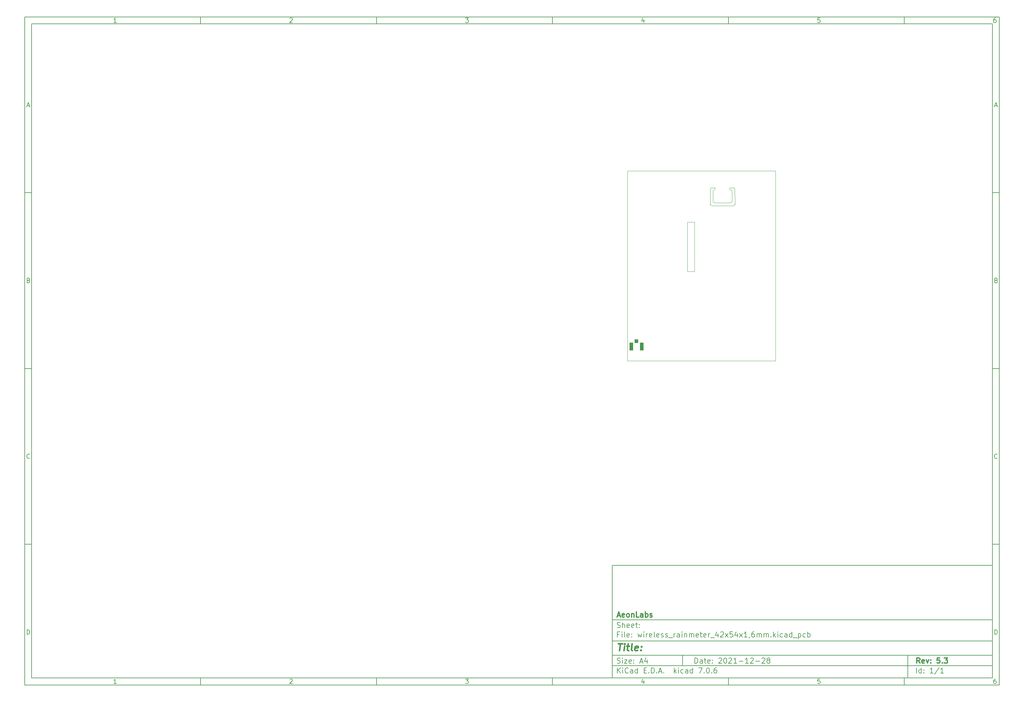
<source format=gbr>
G04 #@! TF.GenerationSoftware,KiCad,Pcbnew,7.0.6*
G04 #@! TF.CreationDate,2023-07-10T12:59:01+01:00*
G04 #@! TF.ProjectId,wireless_rainmeter_42x54x1_6mm,77697265-6c65-4737-935f-7261696e6d65,5.3*
G04 #@! TF.SameCoordinates,Original*
G04 #@! TF.FileFunction,Paste,Bot*
G04 #@! TF.FilePolarity,Positive*
%FSLAX46Y46*%
G04 Gerber Fmt 4.6, Leading zero omitted, Abs format (unit mm)*
G04 Created by KiCad (PCBNEW 7.0.6) date 2023-07-10 12:59:01*
%MOMM*%
%LPD*%
G01*
G04 APERTURE LIST*
%ADD10C,0.100000*%
%ADD11C,0.150000*%
%ADD12C,0.300000*%
%ADD13C,0.400000*%
%ADD14R,1.050000X1.100000*%
%ADD15R,1.100000X2.250000*%
G04 #@! TA.AperFunction,Profile*
%ADD16C,0.100000*%
G04 #@! TD*
G04 APERTURE END LIST*
D10*
D11*
X177002200Y-166007200D02*
X285002200Y-166007200D01*
X285002200Y-198007200D01*
X177002200Y-198007200D01*
X177002200Y-166007200D01*
D10*
D11*
X10000000Y-10000000D02*
X287002200Y-10000000D01*
X287002200Y-200007200D01*
X10000000Y-200007200D01*
X10000000Y-10000000D01*
D10*
D11*
X12000000Y-12000000D02*
X285002200Y-12000000D01*
X285002200Y-198007200D01*
X12000000Y-198007200D01*
X12000000Y-12000000D01*
D10*
D11*
X60000000Y-12000000D02*
X60000000Y-10000000D01*
D10*
D11*
X110000000Y-12000000D02*
X110000000Y-10000000D01*
D10*
D11*
X160000000Y-12000000D02*
X160000000Y-10000000D01*
D10*
D11*
X210000000Y-12000000D02*
X210000000Y-10000000D01*
D10*
D11*
X260000000Y-12000000D02*
X260000000Y-10000000D01*
D10*
D11*
X36089160Y-11593604D02*
X35346303Y-11593604D01*
X35717731Y-11593604D02*
X35717731Y-10293604D01*
X35717731Y-10293604D02*
X35593922Y-10479319D01*
X35593922Y-10479319D02*
X35470112Y-10603128D01*
X35470112Y-10603128D02*
X35346303Y-10665033D01*
D10*
D11*
X85346303Y-10417414D02*
X85408207Y-10355509D01*
X85408207Y-10355509D02*
X85532017Y-10293604D01*
X85532017Y-10293604D02*
X85841541Y-10293604D01*
X85841541Y-10293604D02*
X85965350Y-10355509D01*
X85965350Y-10355509D02*
X86027255Y-10417414D01*
X86027255Y-10417414D02*
X86089160Y-10541223D01*
X86089160Y-10541223D02*
X86089160Y-10665033D01*
X86089160Y-10665033D02*
X86027255Y-10850747D01*
X86027255Y-10850747D02*
X85284398Y-11593604D01*
X85284398Y-11593604D02*
X86089160Y-11593604D01*
D10*
D11*
X135284398Y-10293604D02*
X136089160Y-10293604D01*
X136089160Y-10293604D02*
X135655826Y-10788842D01*
X135655826Y-10788842D02*
X135841541Y-10788842D01*
X135841541Y-10788842D02*
X135965350Y-10850747D01*
X135965350Y-10850747D02*
X136027255Y-10912652D01*
X136027255Y-10912652D02*
X136089160Y-11036461D01*
X136089160Y-11036461D02*
X136089160Y-11345985D01*
X136089160Y-11345985D02*
X136027255Y-11469795D01*
X136027255Y-11469795D02*
X135965350Y-11531700D01*
X135965350Y-11531700D02*
X135841541Y-11593604D01*
X135841541Y-11593604D02*
X135470112Y-11593604D01*
X135470112Y-11593604D02*
X135346303Y-11531700D01*
X135346303Y-11531700D02*
X135284398Y-11469795D01*
D10*
D11*
X185965350Y-10726938D02*
X185965350Y-11593604D01*
X185655826Y-10231700D02*
X185346303Y-11160271D01*
X185346303Y-11160271D02*
X186151064Y-11160271D01*
D10*
D11*
X236027255Y-10293604D02*
X235408207Y-10293604D01*
X235408207Y-10293604D02*
X235346303Y-10912652D01*
X235346303Y-10912652D02*
X235408207Y-10850747D01*
X235408207Y-10850747D02*
X235532017Y-10788842D01*
X235532017Y-10788842D02*
X235841541Y-10788842D01*
X235841541Y-10788842D02*
X235965350Y-10850747D01*
X235965350Y-10850747D02*
X236027255Y-10912652D01*
X236027255Y-10912652D02*
X236089160Y-11036461D01*
X236089160Y-11036461D02*
X236089160Y-11345985D01*
X236089160Y-11345985D02*
X236027255Y-11469795D01*
X236027255Y-11469795D02*
X235965350Y-11531700D01*
X235965350Y-11531700D02*
X235841541Y-11593604D01*
X235841541Y-11593604D02*
X235532017Y-11593604D01*
X235532017Y-11593604D02*
X235408207Y-11531700D01*
X235408207Y-11531700D02*
X235346303Y-11469795D01*
D10*
D11*
X285965350Y-10293604D02*
X285717731Y-10293604D01*
X285717731Y-10293604D02*
X285593922Y-10355509D01*
X285593922Y-10355509D02*
X285532017Y-10417414D01*
X285532017Y-10417414D02*
X285408207Y-10603128D01*
X285408207Y-10603128D02*
X285346303Y-10850747D01*
X285346303Y-10850747D02*
X285346303Y-11345985D01*
X285346303Y-11345985D02*
X285408207Y-11469795D01*
X285408207Y-11469795D02*
X285470112Y-11531700D01*
X285470112Y-11531700D02*
X285593922Y-11593604D01*
X285593922Y-11593604D02*
X285841541Y-11593604D01*
X285841541Y-11593604D02*
X285965350Y-11531700D01*
X285965350Y-11531700D02*
X286027255Y-11469795D01*
X286027255Y-11469795D02*
X286089160Y-11345985D01*
X286089160Y-11345985D02*
X286089160Y-11036461D01*
X286089160Y-11036461D02*
X286027255Y-10912652D01*
X286027255Y-10912652D02*
X285965350Y-10850747D01*
X285965350Y-10850747D02*
X285841541Y-10788842D01*
X285841541Y-10788842D02*
X285593922Y-10788842D01*
X285593922Y-10788842D02*
X285470112Y-10850747D01*
X285470112Y-10850747D02*
X285408207Y-10912652D01*
X285408207Y-10912652D02*
X285346303Y-11036461D01*
D10*
D11*
X60000000Y-198007200D02*
X60000000Y-200007200D01*
D10*
D11*
X110000000Y-198007200D02*
X110000000Y-200007200D01*
D10*
D11*
X160000000Y-198007200D02*
X160000000Y-200007200D01*
D10*
D11*
X210000000Y-198007200D02*
X210000000Y-200007200D01*
D10*
D11*
X260000000Y-198007200D02*
X260000000Y-200007200D01*
D10*
D11*
X36089160Y-199600804D02*
X35346303Y-199600804D01*
X35717731Y-199600804D02*
X35717731Y-198300804D01*
X35717731Y-198300804D02*
X35593922Y-198486519D01*
X35593922Y-198486519D02*
X35470112Y-198610328D01*
X35470112Y-198610328D02*
X35346303Y-198672233D01*
D10*
D11*
X85346303Y-198424614D02*
X85408207Y-198362709D01*
X85408207Y-198362709D02*
X85532017Y-198300804D01*
X85532017Y-198300804D02*
X85841541Y-198300804D01*
X85841541Y-198300804D02*
X85965350Y-198362709D01*
X85965350Y-198362709D02*
X86027255Y-198424614D01*
X86027255Y-198424614D02*
X86089160Y-198548423D01*
X86089160Y-198548423D02*
X86089160Y-198672233D01*
X86089160Y-198672233D02*
X86027255Y-198857947D01*
X86027255Y-198857947D02*
X85284398Y-199600804D01*
X85284398Y-199600804D02*
X86089160Y-199600804D01*
D10*
D11*
X135284398Y-198300804D02*
X136089160Y-198300804D01*
X136089160Y-198300804D02*
X135655826Y-198796042D01*
X135655826Y-198796042D02*
X135841541Y-198796042D01*
X135841541Y-198796042D02*
X135965350Y-198857947D01*
X135965350Y-198857947D02*
X136027255Y-198919852D01*
X136027255Y-198919852D02*
X136089160Y-199043661D01*
X136089160Y-199043661D02*
X136089160Y-199353185D01*
X136089160Y-199353185D02*
X136027255Y-199476995D01*
X136027255Y-199476995D02*
X135965350Y-199538900D01*
X135965350Y-199538900D02*
X135841541Y-199600804D01*
X135841541Y-199600804D02*
X135470112Y-199600804D01*
X135470112Y-199600804D02*
X135346303Y-199538900D01*
X135346303Y-199538900D02*
X135284398Y-199476995D01*
D10*
D11*
X185965350Y-198734138D02*
X185965350Y-199600804D01*
X185655826Y-198238900D02*
X185346303Y-199167471D01*
X185346303Y-199167471D02*
X186151064Y-199167471D01*
D10*
D11*
X236027255Y-198300804D02*
X235408207Y-198300804D01*
X235408207Y-198300804D02*
X235346303Y-198919852D01*
X235346303Y-198919852D02*
X235408207Y-198857947D01*
X235408207Y-198857947D02*
X235532017Y-198796042D01*
X235532017Y-198796042D02*
X235841541Y-198796042D01*
X235841541Y-198796042D02*
X235965350Y-198857947D01*
X235965350Y-198857947D02*
X236027255Y-198919852D01*
X236027255Y-198919852D02*
X236089160Y-199043661D01*
X236089160Y-199043661D02*
X236089160Y-199353185D01*
X236089160Y-199353185D02*
X236027255Y-199476995D01*
X236027255Y-199476995D02*
X235965350Y-199538900D01*
X235965350Y-199538900D02*
X235841541Y-199600804D01*
X235841541Y-199600804D02*
X235532017Y-199600804D01*
X235532017Y-199600804D02*
X235408207Y-199538900D01*
X235408207Y-199538900D02*
X235346303Y-199476995D01*
D10*
D11*
X285965350Y-198300804D02*
X285717731Y-198300804D01*
X285717731Y-198300804D02*
X285593922Y-198362709D01*
X285593922Y-198362709D02*
X285532017Y-198424614D01*
X285532017Y-198424614D02*
X285408207Y-198610328D01*
X285408207Y-198610328D02*
X285346303Y-198857947D01*
X285346303Y-198857947D02*
X285346303Y-199353185D01*
X285346303Y-199353185D02*
X285408207Y-199476995D01*
X285408207Y-199476995D02*
X285470112Y-199538900D01*
X285470112Y-199538900D02*
X285593922Y-199600804D01*
X285593922Y-199600804D02*
X285841541Y-199600804D01*
X285841541Y-199600804D02*
X285965350Y-199538900D01*
X285965350Y-199538900D02*
X286027255Y-199476995D01*
X286027255Y-199476995D02*
X286089160Y-199353185D01*
X286089160Y-199353185D02*
X286089160Y-199043661D01*
X286089160Y-199043661D02*
X286027255Y-198919852D01*
X286027255Y-198919852D02*
X285965350Y-198857947D01*
X285965350Y-198857947D02*
X285841541Y-198796042D01*
X285841541Y-198796042D02*
X285593922Y-198796042D01*
X285593922Y-198796042D02*
X285470112Y-198857947D01*
X285470112Y-198857947D02*
X285408207Y-198919852D01*
X285408207Y-198919852D02*
X285346303Y-199043661D01*
D10*
D11*
X10000000Y-60000000D02*
X12000000Y-60000000D01*
D10*
D11*
X10000000Y-110000000D02*
X12000000Y-110000000D01*
D10*
D11*
X10000000Y-160000000D02*
X12000000Y-160000000D01*
D10*
D11*
X10690476Y-35222176D02*
X11309523Y-35222176D01*
X10566666Y-35593604D02*
X10999999Y-34293604D01*
X10999999Y-34293604D02*
X11433333Y-35593604D01*
D10*
D11*
X11092857Y-84912652D02*
X11278571Y-84974557D01*
X11278571Y-84974557D02*
X11340476Y-85036461D01*
X11340476Y-85036461D02*
X11402380Y-85160271D01*
X11402380Y-85160271D02*
X11402380Y-85345985D01*
X11402380Y-85345985D02*
X11340476Y-85469795D01*
X11340476Y-85469795D02*
X11278571Y-85531700D01*
X11278571Y-85531700D02*
X11154761Y-85593604D01*
X11154761Y-85593604D02*
X10659523Y-85593604D01*
X10659523Y-85593604D02*
X10659523Y-84293604D01*
X10659523Y-84293604D02*
X11092857Y-84293604D01*
X11092857Y-84293604D02*
X11216666Y-84355509D01*
X11216666Y-84355509D02*
X11278571Y-84417414D01*
X11278571Y-84417414D02*
X11340476Y-84541223D01*
X11340476Y-84541223D02*
X11340476Y-84665033D01*
X11340476Y-84665033D02*
X11278571Y-84788842D01*
X11278571Y-84788842D02*
X11216666Y-84850747D01*
X11216666Y-84850747D02*
X11092857Y-84912652D01*
X11092857Y-84912652D02*
X10659523Y-84912652D01*
D10*
D11*
X11402380Y-135469795D02*
X11340476Y-135531700D01*
X11340476Y-135531700D02*
X11154761Y-135593604D01*
X11154761Y-135593604D02*
X11030952Y-135593604D01*
X11030952Y-135593604D02*
X10845238Y-135531700D01*
X10845238Y-135531700D02*
X10721428Y-135407890D01*
X10721428Y-135407890D02*
X10659523Y-135284080D01*
X10659523Y-135284080D02*
X10597619Y-135036461D01*
X10597619Y-135036461D02*
X10597619Y-134850747D01*
X10597619Y-134850747D02*
X10659523Y-134603128D01*
X10659523Y-134603128D02*
X10721428Y-134479319D01*
X10721428Y-134479319D02*
X10845238Y-134355509D01*
X10845238Y-134355509D02*
X11030952Y-134293604D01*
X11030952Y-134293604D02*
X11154761Y-134293604D01*
X11154761Y-134293604D02*
X11340476Y-134355509D01*
X11340476Y-134355509D02*
X11402380Y-134417414D01*
D10*
D11*
X10659523Y-185593604D02*
X10659523Y-184293604D01*
X10659523Y-184293604D02*
X10969047Y-184293604D01*
X10969047Y-184293604D02*
X11154761Y-184355509D01*
X11154761Y-184355509D02*
X11278571Y-184479319D01*
X11278571Y-184479319D02*
X11340476Y-184603128D01*
X11340476Y-184603128D02*
X11402380Y-184850747D01*
X11402380Y-184850747D02*
X11402380Y-185036461D01*
X11402380Y-185036461D02*
X11340476Y-185284080D01*
X11340476Y-185284080D02*
X11278571Y-185407890D01*
X11278571Y-185407890D02*
X11154761Y-185531700D01*
X11154761Y-185531700D02*
X10969047Y-185593604D01*
X10969047Y-185593604D02*
X10659523Y-185593604D01*
D10*
D11*
X287002200Y-60000000D02*
X285002200Y-60000000D01*
D10*
D11*
X287002200Y-110000000D02*
X285002200Y-110000000D01*
D10*
D11*
X287002200Y-160000000D02*
X285002200Y-160000000D01*
D10*
D11*
X285692676Y-35222176D02*
X286311723Y-35222176D01*
X285568866Y-35593604D02*
X286002199Y-34293604D01*
X286002199Y-34293604D02*
X286435533Y-35593604D01*
D10*
D11*
X286095057Y-84912652D02*
X286280771Y-84974557D01*
X286280771Y-84974557D02*
X286342676Y-85036461D01*
X286342676Y-85036461D02*
X286404580Y-85160271D01*
X286404580Y-85160271D02*
X286404580Y-85345985D01*
X286404580Y-85345985D02*
X286342676Y-85469795D01*
X286342676Y-85469795D02*
X286280771Y-85531700D01*
X286280771Y-85531700D02*
X286156961Y-85593604D01*
X286156961Y-85593604D02*
X285661723Y-85593604D01*
X285661723Y-85593604D02*
X285661723Y-84293604D01*
X285661723Y-84293604D02*
X286095057Y-84293604D01*
X286095057Y-84293604D02*
X286218866Y-84355509D01*
X286218866Y-84355509D02*
X286280771Y-84417414D01*
X286280771Y-84417414D02*
X286342676Y-84541223D01*
X286342676Y-84541223D02*
X286342676Y-84665033D01*
X286342676Y-84665033D02*
X286280771Y-84788842D01*
X286280771Y-84788842D02*
X286218866Y-84850747D01*
X286218866Y-84850747D02*
X286095057Y-84912652D01*
X286095057Y-84912652D02*
X285661723Y-84912652D01*
D10*
D11*
X286404580Y-135469795D02*
X286342676Y-135531700D01*
X286342676Y-135531700D02*
X286156961Y-135593604D01*
X286156961Y-135593604D02*
X286033152Y-135593604D01*
X286033152Y-135593604D02*
X285847438Y-135531700D01*
X285847438Y-135531700D02*
X285723628Y-135407890D01*
X285723628Y-135407890D02*
X285661723Y-135284080D01*
X285661723Y-135284080D02*
X285599819Y-135036461D01*
X285599819Y-135036461D02*
X285599819Y-134850747D01*
X285599819Y-134850747D02*
X285661723Y-134603128D01*
X285661723Y-134603128D02*
X285723628Y-134479319D01*
X285723628Y-134479319D02*
X285847438Y-134355509D01*
X285847438Y-134355509D02*
X286033152Y-134293604D01*
X286033152Y-134293604D02*
X286156961Y-134293604D01*
X286156961Y-134293604D02*
X286342676Y-134355509D01*
X286342676Y-134355509D02*
X286404580Y-134417414D01*
D10*
D11*
X285661723Y-185593604D02*
X285661723Y-184293604D01*
X285661723Y-184293604D02*
X285971247Y-184293604D01*
X285971247Y-184293604D02*
X286156961Y-184355509D01*
X286156961Y-184355509D02*
X286280771Y-184479319D01*
X286280771Y-184479319D02*
X286342676Y-184603128D01*
X286342676Y-184603128D02*
X286404580Y-184850747D01*
X286404580Y-184850747D02*
X286404580Y-185036461D01*
X286404580Y-185036461D02*
X286342676Y-185284080D01*
X286342676Y-185284080D02*
X286280771Y-185407890D01*
X286280771Y-185407890D02*
X286156961Y-185531700D01*
X286156961Y-185531700D02*
X285971247Y-185593604D01*
X285971247Y-185593604D02*
X285661723Y-185593604D01*
D10*
D11*
X200458026Y-193793328D02*
X200458026Y-192293328D01*
X200458026Y-192293328D02*
X200815169Y-192293328D01*
X200815169Y-192293328D02*
X201029455Y-192364757D01*
X201029455Y-192364757D02*
X201172312Y-192507614D01*
X201172312Y-192507614D02*
X201243741Y-192650471D01*
X201243741Y-192650471D02*
X201315169Y-192936185D01*
X201315169Y-192936185D02*
X201315169Y-193150471D01*
X201315169Y-193150471D02*
X201243741Y-193436185D01*
X201243741Y-193436185D02*
X201172312Y-193579042D01*
X201172312Y-193579042D02*
X201029455Y-193721900D01*
X201029455Y-193721900D02*
X200815169Y-193793328D01*
X200815169Y-193793328D02*
X200458026Y-193793328D01*
X202600884Y-193793328D02*
X202600884Y-193007614D01*
X202600884Y-193007614D02*
X202529455Y-192864757D01*
X202529455Y-192864757D02*
X202386598Y-192793328D01*
X202386598Y-192793328D02*
X202100884Y-192793328D01*
X202100884Y-192793328D02*
X201958026Y-192864757D01*
X202600884Y-193721900D02*
X202458026Y-193793328D01*
X202458026Y-193793328D02*
X202100884Y-193793328D01*
X202100884Y-193793328D02*
X201958026Y-193721900D01*
X201958026Y-193721900D02*
X201886598Y-193579042D01*
X201886598Y-193579042D02*
X201886598Y-193436185D01*
X201886598Y-193436185D02*
X201958026Y-193293328D01*
X201958026Y-193293328D02*
X202100884Y-193221900D01*
X202100884Y-193221900D02*
X202458026Y-193221900D01*
X202458026Y-193221900D02*
X202600884Y-193150471D01*
X203100884Y-192793328D02*
X203672312Y-192793328D01*
X203315169Y-192293328D02*
X203315169Y-193579042D01*
X203315169Y-193579042D02*
X203386598Y-193721900D01*
X203386598Y-193721900D02*
X203529455Y-193793328D01*
X203529455Y-193793328D02*
X203672312Y-193793328D01*
X204743741Y-193721900D02*
X204600884Y-193793328D01*
X204600884Y-193793328D02*
X204315170Y-193793328D01*
X204315170Y-193793328D02*
X204172312Y-193721900D01*
X204172312Y-193721900D02*
X204100884Y-193579042D01*
X204100884Y-193579042D02*
X204100884Y-193007614D01*
X204100884Y-193007614D02*
X204172312Y-192864757D01*
X204172312Y-192864757D02*
X204315170Y-192793328D01*
X204315170Y-192793328D02*
X204600884Y-192793328D01*
X204600884Y-192793328D02*
X204743741Y-192864757D01*
X204743741Y-192864757D02*
X204815170Y-193007614D01*
X204815170Y-193007614D02*
X204815170Y-193150471D01*
X204815170Y-193150471D02*
X204100884Y-193293328D01*
X205458026Y-193650471D02*
X205529455Y-193721900D01*
X205529455Y-193721900D02*
X205458026Y-193793328D01*
X205458026Y-193793328D02*
X205386598Y-193721900D01*
X205386598Y-193721900D02*
X205458026Y-193650471D01*
X205458026Y-193650471D02*
X205458026Y-193793328D01*
X205458026Y-192864757D02*
X205529455Y-192936185D01*
X205529455Y-192936185D02*
X205458026Y-193007614D01*
X205458026Y-193007614D02*
X205386598Y-192936185D01*
X205386598Y-192936185D02*
X205458026Y-192864757D01*
X205458026Y-192864757D02*
X205458026Y-193007614D01*
X207243741Y-192436185D02*
X207315169Y-192364757D01*
X207315169Y-192364757D02*
X207458027Y-192293328D01*
X207458027Y-192293328D02*
X207815169Y-192293328D01*
X207815169Y-192293328D02*
X207958027Y-192364757D01*
X207958027Y-192364757D02*
X208029455Y-192436185D01*
X208029455Y-192436185D02*
X208100884Y-192579042D01*
X208100884Y-192579042D02*
X208100884Y-192721900D01*
X208100884Y-192721900D02*
X208029455Y-192936185D01*
X208029455Y-192936185D02*
X207172312Y-193793328D01*
X207172312Y-193793328D02*
X208100884Y-193793328D01*
X209029455Y-192293328D02*
X209172312Y-192293328D01*
X209172312Y-192293328D02*
X209315169Y-192364757D01*
X209315169Y-192364757D02*
X209386598Y-192436185D01*
X209386598Y-192436185D02*
X209458026Y-192579042D01*
X209458026Y-192579042D02*
X209529455Y-192864757D01*
X209529455Y-192864757D02*
X209529455Y-193221900D01*
X209529455Y-193221900D02*
X209458026Y-193507614D01*
X209458026Y-193507614D02*
X209386598Y-193650471D01*
X209386598Y-193650471D02*
X209315169Y-193721900D01*
X209315169Y-193721900D02*
X209172312Y-193793328D01*
X209172312Y-193793328D02*
X209029455Y-193793328D01*
X209029455Y-193793328D02*
X208886598Y-193721900D01*
X208886598Y-193721900D02*
X208815169Y-193650471D01*
X208815169Y-193650471D02*
X208743740Y-193507614D01*
X208743740Y-193507614D02*
X208672312Y-193221900D01*
X208672312Y-193221900D02*
X208672312Y-192864757D01*
X208672312Y-192864757D02*
X208743740Y-192579042D01*
X208743740Y-192579042D02*
X208815169Y-192436185D01*
X208815169Y-192436185D02*
X208886598Y-192364757D01*
X208886598Y-192364757D02*
X209029455Y-192293328D01*
X210100883Y-192436185D02*
X210172311Y-192364757D01*
X210172311Y-192364757D02*
X210315169Y-192293328D01*
X210315169Y-192293328D02*
X210672311Y-192293328D01*
X210672311Y-192293328D02*
X210815169Y-192364757D01*
X210815169Y-192364757D02*
X210886597Y-192436185D01*
X210886597Y-192436185D02*
X210958026Y-192579042D01*
X210958026Y-192579042D02*
X210958026Y-192721900D01*
X210958026Y-192721900D02*
X210886597Y-192936185D01*
X210886597Y-192936185D02*
X210029454Y-193793328D01*
X210029454Y-193793328D02*
X210958026Y-193793328D01*
X212386597Y-193793328D02*
X211529454Y-193793328D01*
X211958025Y-193793328D02*
X211958025Y-192293328D01*
X211958025Y-192293328D02*
X211815168Y-192507614D01*
X211815168Y-192507614D02*
X211672311Y-192650471D01*
X211672311Y-192650471D02*
X211529454Y-192721900D01*
X213029453Y-193221900D02*
X214172311Y-193221900D01*
X215672311Y-193793328D02*
X214815168Y-193793328D01*
X215243739Y-193793328D02*
X215243739Y-192293328D01*
X215243739Y-192293328D02*
X215100882Y-192507614D01*
X215100882Y-192507614D02*
X214958025Y-192650471D01*
X214958025Y-192650471D02*
X214815168Y-192721900D01*
X216243739Y-192436185D02*
X216315167Y-192364757D01*
X216315167Y-192364757D02*
X216458025Y-192293328D01*
X216458025Y-192293328D02*
X216815167Y-192293328D01*
X216815167Y-192293328D02*
X216958025Y-192364757D01*
X216958025Y-192364757D02*
X217029453Y-192436185D01*
X217029453Y-192436185D02*
X217100882Y-192579042D01*
X217100882Y-192579042D02*
X217100882Y-192721900D01*
X217100882Y-192721900D02*
X217029453Y-192936185D01*
X217029453Y-192936185D02*
X216172310Y-193793328D01*
X216172310Y-193793328D02*
X217100882Y-193793328D01*
X217743738Y-193221900D02*
X218886596Y-193221900D01*
X219529453Y-192436185D02*
X219600881Y-192364757D01*
X219600881Y-192364757D02*
X219743739Y-192293328D01*
X219743739Y-192293328D02*
X220100881Y-192293328D01*
X220100881Y-192293328D02*
X220243739Y-192364757D01*
X220243739Y-192364757D02*
X220315167Y-192436185D01*
X220315167Y-192436185D02*
X220386596Y-192579042D01*
X220386596Y-192579042D02*
X220386596Y-192721900D01*
X220386596Y-192721900D02*
X220315167Y-192936185D01*
X220315167Y-192936185D02*
X219458024Y-193793328D01*
X219458024Y-193793328D02*
X220386596Y-193793328D01*
X221243738Y-192936185D02*
X221100881Y-192864757D01*
X221100881Y-192864757D02*
X221029452Y-192793328D01*
X221029452Y-192793328D02*
X220958024Y-192650471D01*
X220958024Y-192650471D02*
X220958024Y-192579042D01*
X220958024Y-192579042D02*
X221029452Y-192436185D01*
X221029452Y-192436185D02*
X221100881Y-192364757D01*
X221100881Y-192364757D02*
X221243738Y-192293328D01*
X221243738Y-192293328D02*
X221529452Y-192293328D01*
X221529452Y-192293328D02*
X221672310Y-192364757D01*
X221672310Y-192364757D02*
X221743738Y-192436185D01*
X221743738Y-192436185D02*
X221815167Y-192579042D01*
X221815167Y-192579042D02*
X221815167Y-192650471D01*
X221815167Y-192650471D02*
X221743738Y-192793328D01*
X221743738Y-192793328D02*
X221672310Y-192864757D01*
X221672310Y-192864757D02*
X221529452Y-192936185D01*
X221529452Y-192936185D02*
X221243738Y-192936185D01*
X221243738Y-192936185D02*
X221100881Y-193007614D01*
X221100881Y-193007614D02*
X221029452Y-193079042D01*
X221029452Y-193079042D02*
X220958024Y-193221900D01*
X220958024Y-193221900D02*
X220958024Y-193507614D01*
X220958024Y-193507614D02*
X221029452Y-193650471D01*
X221029452Y-193650471D02*
X221100881Y-193721900D01*
X221100881Y-193721900D02*
X221243738Y-193793328D01*
X221243738Y-193793328D02*
X221529452Y-193793328D01*
X221529452Y-193793328D02*
X221672310Y-193721900D01*
X221672310Y-193721900D02*
X221743738Y-193650471D01*
X221743738Y-193650471D02*
X221815167Y-193507614D01*
X221815167Y-193507614D02*
X221815167Y-193221900D01*
X221815167Y-193221900D02*
X221743738Y-193079042D01*
X221743738Y-193079042D02*
X221672310Y-193007614D01*
X221672310Y-193007614D02*
X221529452Y-192936185D01*
D10*
D11*
X177002200Y-194507200D02*
X285002200Y-194507200D01*
D10*
D11*
X178458026Y-196593328D02*
X178458026Y-195093328D01*
X179315169Y-196593328D02*
X178672312Y-195736185D01*
X179315169Y-195093328D02*
X178458026Y-195950471D01*
X179958026Y-196593328D02*
X179958026Y-195593328D01*
X179958026Y-195093328D02*
X179886598Y-195164757D01*
X179886598Y-195164757D02*
X179958026Y-195236185D01*
X179958026Y-195236185D02*
X180029455Y-195164757D01*
X180029455Y-195164757D02*
X179958026Y-195093328D01*
X179958026Y-195093328D02*
X179958026Y-195236185D01*
X181529455Y-196450471D02*
X181458027Y-196521900D01*
X181458027Y-196521900D02*
X181243741Y-196593328D01*
X181243741Y-196593328D02*
X181100884Y-196593328D01*
X181100884Y-196593328D02*
X180886598Y-196521900D01*
X180886598Y-196521900D02*
X180743741Y-196379042D01*
X180743741Y-196379042D02*
X180672312Y-196236185D01*
X180672312Y-196236185D02*
X180600884Y-195950471D01*
X180600884Y-195950471D02*
X180600884Y-195736185D01*
X180600884Y-195736185D02*
X180672312Y-195450471D01*
X180672312Y-195450471D02*
X180743741Y-195307614D01*
X180743741Y-195307614D02*
X180886598Y-195164757D01*
X180886598Y-195164757D02*
X181100884Y-195093328D01*
X181100884Y-195093328D02*
X181243741Y-195093328D01*
X181243741Y-195093328D02*
X181458027Y-195164757D01*
X181458027Y-195164757D02*
X181529455Y-195236185D01*
X182815170Y-196593328D02*
X182815170Y-195807614D01*
X182815170Y-195807614D02*
X182743741Y-195664757D01*
X182743741Y-195664757D02*
X182600884Y-195593328D01*
X182600884Y-195593328D02*
X182315170Y-195593328D01*
X182315170Y-195593328D02*
X182172312Y-195664757D01*
X182815170Y-196521900D02*
X182672312Y-196593328D01*
X182672312Y-196593328D02*
X182315170Y-196593328D01*
X182315170Y-196593328D02*
X182172312Y-196521900D01*
X182172312Y-196521900D02*
X182100884Y-196379042D01*
X182100884Y-196379042D02*
X182100884Y-196236185D01*
X182100884Y-196236185D02*
X182172312Y-196093328D01*
X182172312Y-196093328D02*
X182315170Y-196021900D01*
X182315170Y-196021900D02*
X182672312Y-196021900D01*
X182672312Y-196021900D02*
X182815170Y-195950471D01*
X184172313Y-196593328D02*
X184172313Y-195093328D01*
X184172313Y-196521900D02*
X184029455Y-196593328D01*
X184029455Y-196593328D02*
X183743741Y-196593328D01*
X183743741Y-196593328D02*
X183600884Y-196521900D01*
X183600884Y-196521900D02*
X183529455Y-196450471D01*
X183529455Y-196450471D02*
X183458027Y-196307614D01*
X183458027Y-196307614D02*
X183458027Y-195879042D01*
X183458027Y-195879042D02*
X183529455Y-195736185D01*
X183529455Y-195736185D02*
X183600884Y-195664757D01*
X183600884Y-195664757D02*
X183743741Y-195593328D01*
X183743741Y-195593328D02*
X184029455Y-195593328D01*
X184029455Y-195593328D02*
X184172313Y-195664757D01*
X186029455Y-195807614D02*
X186529455Y-195807614D01*
X186743741Y-196593328D02*
X186029455Y-196593328D01*
X186029455Y-196593328D02*
X186029455Y-195093328D01*
X186029455Y-195093328D02*
X186743741Y-195093328D01*
X187386598Y-196450471D02*
X187458027Y-196521900D01*
X187458027Y-196521900D02*
X187386598Y-196593328D01*
X187386598Y-196593328D02*
X187315170Y-196521900D01*
X187315170Y-196521900D02*
X187386598Y-196450471D01*
X187386598Y-196450471D02*
X187386598Y-196593328D01*
X188100884Y-196593328D02*
X188100884Y-195093328D01*
X188100884Y-195093328D02*
X188458027Y-195093328D01*
X188458027Y-195093328D02*
X188672313Y-195164757D01*
X188672313Y-195164757D02*
X188815170Y-195307614D01*
X188815170Y-195307614D02*
X188886599Y-195450471D01*
X188886599Y-195450471D02*
X188958027Y-195736185D01*
X188958027Y-195736185D02*
X188958027Y-195950471D01*
X188958027Y-195950471D02*
X188886599Y-196236185D01*
X188886599Y-196236185D02*
X188815170Y-196379042D01*
X188815170Y-196379042D02*
X188672313Y-196521900D01*
X188672313Y-196521900D02*
X188458027Y-196593328D01*
X188458027Y-196593328D02*
X188100884Y-196593328D01*
X189600884Y-196450471D02*
X189672313Y-196521900D01*
X189672313Y-196521900D02*
X189600884Y-196593328D01*
X189600884Y-196593328D02*
X189529456Y-196521900D01*
X189529456Y-196521900D02*
X189600884Y-196450471D01*
X189600884Y-196450471D02*
X189600884Y-196593328D01*
X190243742Y-196164757D02*
X190958028Y-196164757D01*
X190100885Y-196593328D02*
X190600885Y-195093328D01*
X190600885Y-195093328D02*
X191100885Y-196593328D01*
X191600884Y-196450471D02*
X191672313Y-196521900D01*
X191672313Y-196521900D02*
X191600884Y-196593328D01*
X191600884Y-196593328D02*
X191529456Y-196521900D01*
X191529456Y-196521900D02*
X191600884Y-196450471D01*
X191600884Y-196450471D02*
X191600884Y-196593328D01*
X194600884Y-196593328D02*
X194600884Y-195093328D01*
X194743742Y-196021900D02*
X195172313Y-196593328D01*
X195172313Y-195593328D02*
X194600884Y-196164757D01*
X195815170Y-196593328D02*
X195815170Y-195593328D01*
X195815170Y-195093328D02*
X195743742Y-195164757D01*
X195743742Y-195164757D02*
X195815170Y-195236185D01*
X195815170Y-195236185D02*
X195886599Y-195164757D01*
X195886599Y-195164757D02*
X195815170Y-195093328D01*
X195815170Y-195093328D02*
X195815170Y-195236185D01*
X197172314Y-196521900D02*
X197029456Y-196593328D01*
X197029456Y-196593328D02*
X196743742Y-196593328D01*
X196743742Y-196593328D02*
X196600885Y-196521900D01*
X196600885Y-196521900D02*
X196529456Y-196450471D01*
X196529456Y-196450471D02*
X196458028Y-196307614D01*
X196458028Y-196307614D02*
X196458028Y-195879042D01*
X196458028Y-195879042D02*
X196529456Y-195736185D01*
X196529456Y-195736185D02*
X196600885Y-195664757D01*
X196600885Y-195664757D02*
X196743742Y-195593328D01*
X196743742Y-195593328D02*
X197029456Y-195593328D01*
X197029456Y-195593328D02*
X197172314Y-195664757D01*
X198458028Y-196593328D02*
X198458028Y-195807614D01*
X198458028Y-195807614D02*
X198386599Y-195664757D01*
X198386599Y-195664757D02*
X198243742Y-195593328D01*
X198243742Y-195593328D02*
X197958028Y-195593328D01*
X197958028Y-195593328D02*
X197815170Y-195664757D01*
X198458028Y-196521900D02*
X198315170Y-196593328D01*
X198315170Y-196593328D02*
X197958028Y-196593328D01*
X197958028Y-196593328D02*
X197815170Y-196521900D01*
X197815170Y-196521900D02*
X197743742Y-196379042D01*
X197743742Y-196379042D02*
X197743742Y-196236185D01*
X197743742Y-196236185D02*
X197815170Y-196093328D01*
X197815170Y-196093328D02*
X197958028Y-196021900D01*
X197958028Y-196021900D02*
X198315170Y-196021900D01*
X198315170Y-196021900D02*
X198458028Y-195950471D01*
X199815171Y-196593328D02*
X199815171Y-195093328D01*
X199815171Y-196521900D02*
X199672313Y-196593328D01*
X199672313Y-196593328D02*
X199386599Y-196593328D01*
X199386599Y-196593328D02*
X199243742Y-196521900D01*
X199243742Y-196521900D02*
X199172313Y-196450471D01*
X199172313Y-196450471D02*
X199100885Y-196307614D01*
X199100885Y-196307614D02*
X199100885Y-195879042D01*
X199100885Y-195879042D02*
X199172313Y-195736185D01*
X199172313Y-195736185D02*
X199243742Y-195664757D01*
X199243742Y-195664757D02*
X199386599Y-195593328D01*
X199386599Y-195593328D02*
X199672313Y-195593328D01*
X199672313Y-195593328D02*
X199815171Y-195664757D01*
X201529456Y-195093328D02*
X202529456Y-195093328D01*
X202529456Y-195093328D02*
X201886599Y-196593328D01*
X203100884Y-196450471D02*
X203172313Y-196521900D01*
X203172313Y-196521900D02*
X203100884Y-196593328D01*
X203100884Y-196593328D02*
X203029456Y-196521900D01*
X203029456Y-196521900D02*
X203100884Y-196450471D01*
X203100884Y-196450471D02*
X203100884Y-196593328D01*
X204100885Y-195093328D02*
X204243742Y-195093328D01*
X204243742Y-195093328D02*
X204386599Y-195164757D01*
X204386599Y-195164757D02*
X204458028Y-195236185D01*
X204458028Y-195236185D02*
X204529456Y-195379042D01*
X204529456Y-195379042D02*
X204600885Y-195664757D01*
X204600885Y-195664757D02*
X204600885Y-196021900D01*
X204600885Y-196021900D02*
X204529456Y-196307614D01*
X204529456Y-196307614D02*
X204458028Y-196450471D01*
X204458028Y-196450471D02*
X204386599Y-196521900D01*
X204386599Y-196521900D02*
X204243742Y-196593328D01*
X204243742Y-196593328D02*
X204100885Y-196593328D01*
X204100885Y-196593328D02*
X203958028Y-196521900D01*
X203958028Y-196521900D02*
X203886599Y-196450471D01*
X203886599Y-196450471D02*
X203815170Y-196307614D01*
X203815170Y-196307614D02*
X203743742Y-196021900D01*
X203743742Y-196021900D02*
X203743742Y-195664757D01*
X203743742Y-195664757D02*
X203815170Y-195379042D01*
X203815170Y-195379042D02*
X203886599Y-195236185D01*
X203886599Y-195236185D02*
X203958028Y-195164757D01*
X203958028Y-195164757D02*
X204100885Y-195093328D01*
X205243741Y-196450471D02*
X205315170Y-196521900D01*
X205315170Y-196521900D02*
X205243741Y-196593328D01*
X205243741Y-196593328D02*
X205172313Y-196521900D01*
X205172313Y-196521900D02*
X205243741Y-196450471D01*
X205243741Y-196450471D02*
X205243741Y-196593328D01*
X206600885Y-195093328D02*
X206315170Y-195093328D01*
X206315170Y-195093328D02*
X206172313Y-195164757D01*
X206172313Y-195164757D02*
X206100885Y-195236185D01*
X206100885Y-195236185D02*
X205958027Y-195450471D01*
X205958027Y-195450471D02*
X205886599Y-195736185D01*
X205886599Y-195736185D02*
X205886599Y-196307614D01*
X205886599Y-196307614D02*
X205958027Y-196450471D01*
X205958027Y-196450471D02*
X206029456Y-196521900D01*
X206029456Y-196521900D02*
X206172313Y-196593328D01*
X206172313Y-196593328D02*
X206458027Y-196593328D01*
X206458027Y-196593328D02*
X206600885Y-196521900D01*
X206600885Y-196521900D02*
X206672313Y-196450471D01*
X206672313Y-196450471D02*
X206743742Y-196307614D01*
X206743742Y-196307614D02*
X206743742Y-195950471D01*
X206743742Y-195950471D02*
X206672313Y-195807614D01*
X206672313Y-195807614D02*
X206600885Y-195736185D01*
X206600885Y-195736185D02*
X206458027Y-195664757D01*
X206458027Y-195664757D02*
X206172313Y-195664757D01*
X206172313Y-195664757D02*
X206029456Y-195736185D01*
X206029456Y-195736185D02*
X205958027Y-195807614D01*
X205958027Y-195807614D02*
X205886599Y-195950471D01*
D10*
D11*
X177002200Y-191507200D02*
X285002200Y-191507200D01*
D10*
D12*
X264413853Y-193785528D02*
X263913853Y-193071242D01*
X263556710Y-193785528D02*
X263556710Y-192285528D01*
X263556710Y-192285528D02*
X264128139Y-192285528D01*
X264128139Y-192285528D02*
X264270996Y-192356957D01*
X264270996Y-192356957D02*
X264342425Y-192428385D01*
X264342425Y-192428385D02*
X264413853Y-192571242D01*
X264413853Y-192571242D02*
X264413853Y-192785528D01*
X264413853Y-192785528D02*
X264342425Y-192928385D01*
X264342425Y-192928385D02*
X264270996Y-192999814D01*
X264270996Y-192999814D02*
X264128139Y-193071242D01*
X264128139Y-193071242D02*
X263556710Y-193071242D01*
X265628139Y-193714100D02*
X265485282Y-193785528D01*
X265485282Y-193785528D02*
X265199568Y-193785528D01*
X265199568Y-193785528D02*
X265056710Y-193714100D01*
X265056710Y-193714100D02*
X264985282Y-193571242D01*
X264985282Y-193571242D02*
X264985282Y-192999814D01*
X264985282Y-192999814D02*
X265056710Y-192856957D01*
X265056710Y-192856957D02*
X265199568Y-192785528D01*
X265199568Y-192785528D02*
X265485282Y-192785528D01*
X265485282Y-192785528D02*
X265628139Y-192856957D01*
X265628139Y-192856957D02*
X265699568Y-192999814D01*
X265699568Y-192999814D02*
X265699568Y-193142671D01*
X265699568Y-193142671D02*
X264985282Y-193285528D01*
X266199567Y-192785528D02*
X266556710Y-193785528D01*
X266556710Y-193785528D02*
X266913853Y-192785528D01*
X267485281Y-193642671D02*
X267556710Y-193714100D01*
X267556710Y-193714100D02*
X267485281Y-193785528D01*
X267485281Y-193785528D02*
X267413853Y-193714100D01*
X267413853Y-193714100D02*
X267485281Y-193642671D01*
X267485281Y-193642671D02*
X267485281Y-193785528D01*
X267485281Y-192856957D02*
X267556710Y-192928385D01*
X267556710Y-192928385D02*
X267485281Y-192999814D01*
X267485281Y-192999814D02*
X267413853Y-192928385D01*
X267413853Y-192928385D02*
X267485281Y-192856957D01*
X267485281Y-192856957D02*
X267485281Y-192999814D01*
X270056710Y-192285528D02*
X269342424Y-192285528D01*
X269342424Y-192285528D02*
X269270996Y-192999814D01*
X269270996Y-192999814D02*
X269342424Y-192928385D01*
X269342424Y-192928385D02*
X269485282Y-192856957D01*
X269485282Y-192856957D02*
X269842424Y-192856957D01*
X269842424Y-192856957D02*
X269985282Y-192928385D01*
X269985282Y-192928385D02*
X270056710Y-192999814D01*
X270056710Y-192999814D02*
X270128139Y-193142671D01*
X270128139Y-193142671D02*
X270128139Y-193499814D01*
X270128139Y-193499814D02*
X270056710Y-193642671D01*
X270056710Y-193642671D02*
X269985282Y-193714100D01*
X269985282Y-193714100D02*
X269842424Y-193785528D01*
X269842424Y-193785528D02*
X269485282Y-193785528D01*
X269485282Y-193785528D02*
X269342424Y-193714100D01*
X269342424Y-193714100D02*
X269270996Y-193642671D01*
X270770995Y-193642671D02*
X270842424Y-193714100D01*
X270842424Y-193714100D02*
X270770995Y-193785528D01*
X270770995Y-193785528D02*
X270699567Y-193714100D01*
X270699567Y-193714100D02*
X270770995Y-193642671D01*
X270770995Y-193642671D02*
X270770995Y-193785528D01*
X271342424Y-192285528D02*
X272270996Y-192285528D01*
X272270996Y-192285528D02*
X271770996Y-192856957D01*
X271770996Y-192856957D02*
X271985281Y-192856957D01*
X271985281Y-192856957D02*
X272128139Y-192928385D01*
X272128139Y-192928385D02*
X272199567Y-192999814D01*
X272199567Y-192999814D02*
X272270996Y-193142671D01*
X272270996Y-193142671D02*
X272270996Y-193499814D01*
X272270996Y-193499814D02*
X272199567Y-193642671D01*
X272199567Y-193642671D02*
X272128139Y-193714100D01*
X272128139Y-193714100D02*
X271985281Y-193785528D01*
X271985281Y-193785528D02*
X271556710Y-193785528D01*
X271556710Y-193785528D02*
X271413853Y-193714100D01*
X271413853Y-193714100D02*
X271342424Y-193642671D01*
D10*
D11*
X178386598Y-193721900D02*
X178600884Y-193793328D01*
X178600884Y-193793328D02*
X178958026Y-193793328D01*
X178958026Y-193793328D02*
X179100884Y-193721900D01*
X179100884Y-193721900D02*
X179172312Y-193650471D01*
X179172312Y-193650471D02*
X179243741Y-193507614D01*
X179243741Y-193507614D02*
X179243741Y-193364757D01*
X179243741Y-193364757D02*
X179172312Y-193221900D01*
X179172312Y-193221900D02*
X179100884Y-193150471D01*
X179100884Y-193150471D02*
X178958026Y-193079042D01*
X178958026Y-193079042D02*
X178672312Y-193007614D01*
X178672312Y-193007614D02*
X178529455Y-192936185D01*
X178529455Y-192936185D02*
X178458026Y-192864757D01*
X178458026Y-192864757D02*
X178386598Y-192721900D01*
X178386598Y-192721900D02*
X178386598Y-192579042D01*
X178386598Y-192579042D02*
X178458026Y-192436185D01*
X178458026Y-192436185D02*
X178529455Y-192364757D01*
X178529455Y-192364757D02*
X178672312Y-192293328D01*
X178672312Y-192293328D02*
X179029455Y-192293328D01*
X179029455Y-192293328D02*
X179243741Y-192364757D01*
X179886597Y-193793328D02*
X179886597Y-192793328D01*
X179886597Y-192293328D02*
X179815169Y-192364757D01*
X179815169Y-192364757D02*
X179886597Y-192436185D01*
X179886597Y-192436185D02*
X179958026Y-192364757D01*
X179958026Y-192364757D02*
X179886597Y-192293328D01*
X179886597Y-192293328D02*
X179886597Y-192436185D01*
X180458026Y-192793328D02*
X181243741Y-192793328D01*
X181243741Y-192793328D02*
X180458026Y-193793328D01*
X180458026Y-193793328D02*
X181243741Y-193793328D01*
X182386598Y-193721900D02*
X182243741Y-193793328D01*
X182243741Y-193793328D02*
X181958027Y-193793328D01*
X181958027Y-193793328D02*
X181815169Y-193721900D01*
X181815169Y-193721900D02*
X181743741Y-193579042D01*
X181743741Y-193579042D02*
X181743741Y-193007614D01*
X181743741Y-193007614D02*
X181815169Y-192864757D01*
X181815169Y-192864757D02*
X181958027Y-192793328D01*
X181958027Y-192793328D02*
X182243741Y-192793328D01*
X182243741Y-192793328D02*
X182386598Y-192864757D01*
X182386598Y-192864757D02*
X182458027Y-193007614D01*
X182458027Y-193007614D02*
X182458027Y-193150471D01*
X182458027Y-193150471D02*
X181743741Y-193293328D01*
X183100883Y-193650471D02*
X183172312Y-193721900D01*
X183172312Y-193721900D02*
X183100883Y-193793328D01*
X183100883Y-193793328D02*
X183029455Y-193721900D01*
X183029455Y-193721900D02*
X183100883Y-193650471D01*
X183100883Y-193650471D02*
X183100883Y-193793328D01*
X183100883Y-192864757D02*
X183172312Y-192936185D01*
X183172312Y-192936185D02*
X183100883Y-193007614D01*
X183100883Y-193007614D02*
X183029455Y-192936185D01*
X183029455Y-192936185D02*
X183100883Y-192864757D01*
X183100883Y-192864757D02*
X183100883Y-193007614D01*
X184886598Y-193364757D02*
X185600884Y-193364757D01*
X184743741Y-193793328D02*
X185243741Y-192293328D01*
X185243741Y-192293328D02*
X185743741Y-193793328D01*
X186886598Y-192793328D02*
X186886598Y-193793328D01*
X186529455Y-192221900D02*
X186172312Y-193293328D01*
X186172312Y-193293328D02*
X187100883Y-193293328D01*
D10*
D11*
X263458026Y-196593328D02*
X263458026Y-195093328D01*
X264815170Y-196593328D02*
X264815170Y-195093328D01*
X264815170Y-196521900D02*
X264672312Y-196593328D01*
X264672312Y-196593328D02*
X264386598Y-196593328D01*
X264386598Y-196593328D02*
X264243741Y-196521900D01*
X264243741Y-196521900D02*
X264172312Y-196450471D01*
X264172312Y-196450471D02*
X264100884Y-196307614D01*
X264100884Y-196307614D02*
X264100884Y-195879042D01*
X264100884Y-195879042D02*
X264172312Y-195736185D01*
X264172312Y-195736185D02*
X264243741Y-195664757D01*
X264243741Y-195664757D02*
X264386598Y-195593328D01*
X264386598Y-195593328D02*
X264672312Y-195593328D01*
X264672312Y-195593328D02*
X264815170Y-195664757D01*
X265529455Y-196450471D02*
X265600884Y-196521900D01*
X265600884Y-196521900D02*
X265529455Y-196593328D01*
X265529455Y-196593328D02*
X265458027Y-196521900D01*
X265458027Y-196521900D02*
X265529455Y-196450471D01*
X265529455Y-196450471D02*
X265529455Y-196593328D01*
X265529455Y-195664757D02*
X265600884Y-195736185D01*
X265600884Y-195736185D02*
X265529455Y-195807614D01*
X265529455Y-195807614D02*
X265458027Y-195736185D01*
X265458027Y-195736185D02*
X265529455Y-195664757D01*
X265529455Y-195664757D02*
X265529455Y-195807614D01*
X268172313Y-196593328D02*
X267315170Y-196593328D01*
X267743741Y-196593328D02*
X267743741Y-195093328D01*
X267743741Y-195093328D02*
X267600884Y-195307614D01*
X267600884Y-195307614D02*
X267458027Y-195450471D01*
X267458027Y-195450471D02*
X267315170Y-195521900D01*
X269886598Y-195021900D02*
X268600884Y-196950471D01*
X271172313Y-196593328D02*
X270315170Y-196593328D01*
X270743741Y-196593328D02*
X270743741Y-195093328D01*
X270743741Y-195093328D02*
X270600884Y-195307614D01*
X270600884Y-195307614D02*
X270458027Y-195450471D01*
X270458027Y-195450471D02*
X270315170Y-195521900D01*
D10*
D11*
X177002200Y-187507200D02*
X285002200Y-187507200D01*
D10*
D13*
X178693928Y-188211638D02*
X179836785Y-188211638D01*
X179015357Y-190211638D02*
X179265357Y-188211638D01*
X180253452Y-190211638D02*
X180420119Y-188878304D01*
X180503452Y-188211638D02*
X180396309Y-188306876D01*
X180396309Y-188306876D02*
X180479643Y-188402114D01*
X180479643Y-188402114D02*
X180586786Y-188306876D01*
X180586786Y-188306876D02*
X180503452Y-188211638D01*
X180503452Y-188211638D02*
X180479643Y-188402114D01*
X181086786Y-188878304D02*
X181848690Y-188878304D01*
X181455833Y-188211638D02*
X181241548Y-189925923D01*
X181241548Y-189925923D02*
X181312976Y-190116400D01*
X181312976Y-190116400D02*
X181491548Y-190211638D01*
X181491548Y-190211638D02*
X181682024Y-190211638D01*
X182634405Y-190211638D02*
X182455833Y-190116400D01*
X182455833Y-190116400D02*
X182384405Y-189925923D01*
X182384405Y-189925923D02*
X182598690Y-188211638D01*
X184170119Y-190116400D02*
X183967738Y-190211638D01*
X183967738Y-190211638D02*
X183586785Y-190211638D01*
X183586785Y-190211638D02*
X183408214Y-190116400D01*
X183408214Y-190116400D02*
X183336785Y-189925923D01*
X183336785Y-189925923D02*
X183432024Y-189164019D01*
X183432024Y-189164019D02*
X183551071Y-188973542D01*
X183551071Y-188973542D02*
X183753452Y-188878304D01*
X183753452Y-188878304D02*
X184134404Y-188878304D01*
X184134404Y-188878304D02*
X184312976Y-188973542D01*
X184312976Y-188973542D02*
X184384404Y-189164019D01*
X184384404Y-189164019D02*
X184360595Y-189354495D01*
X184360595Y-189354495D02*
X183384404Y-189544971D01*
X185134405Y-190021161D02*
X185217738Y-190116400D01*
X185217738Y-190116400D02*
X185110595Y-190211638D01*
X185110595Y-190211638D02*
X185027262Y-190116400D01*
X185027262Y-190116400D02*
X185134405Y-190021161D01*
X185134405Y-190021161D02*
X185110595Y-190211638D01*
X185265357Y-188973542D02*
X185348690Y-189068780D01*
X185348690Y-189068780D02*
X185241548Y-189164019D01*
X185241548Y-189164019D02*
X185158214Y-189068780D01*
X185158214Y-189068780D02*
X185265357Y-188973542D01*
X185265357Y-188973542D02*
X185241548Y-189164019D01*
D10*
D11*
X178958026Y-185607614D02*
X178458026Y-185607614D01*
X178458026Y-186393328D02*
X178458026Y-184893328D01*
X178458026Y-184893328D02*
X179172312Y-184893328D01*
X179743740Y-186393328D02*
X179743740Y-185393328D01*
X179743740Y-184893328D02*
X179672312Y-184964757D01*
X179672312Y-184964757D02*
X179743740Y-185036185D01*
X179743740Y-185036185D02*
X179815169Y-184964757D01*
X179815169Y-184964757D02*
X179743740Y-184893328D01*
X179743740Y-184893328D02*
X179743740Y-185036185D01*
X180672312Y-186393328D02*
X180529455Y-186321900D01*
X180529455Y-186321900D02*
X180458026Y-186179042D01*
X180458026Y-186179042D02*
X180458026Y-184893328D01*
X181815169Y-186321900D02*
X181672312Y-186393328D01*
X181672312Y-186393328D02*
X181386598Y-186393328D01*
X181386598Y-186393328D02*
X181243740Y-186321900D01*
X181243740Y-186321900D02*
X181172312Y-186179042D01*
X181172312Y-186179042D02*
X181172312Y-185607614D01*
X181172312Y-185607614D02*
X181243740Y-185464757D01*
X181243740Y-185464757D02*
X181386598Y-185393328D01*
X181386598Y-185393328D02*
X181672312Y-185393328D01*
X181672312Y-185393328D02*
X181815169Y-185464757D01*
X181815169Y-185464757D02*
X181886598Y-185607614D01*
X181886598Y-185607614D02*
X181886598Y-185750471D01*
X181886598Y-185750471D02*
X181172312Y-185893328D01*
X182529454Y-186250471D02*
X182600883Y-186321900D01*
X182600883Y-186321900D02*
X182529454Y-186393328D01*
X182529454Y-186393328D02*
X182458026Y-186321900D01*
X182458026Y-186321900D02*
X182529454Y-186250471D01*
X182529454Y-186250471D02*
X182529454Y-186393328D01*
X182529454Y-185464757D02*
X182600883Y-185536185D01*
X182600883Y-185536185D02*
X182529454Y-185607614D01*
X182529454Y-185607614D02*
X182458026Y-185536185D01*
X182458026Y-185536185D02*
X182529454Y-185464757D01*
X182529454Y-185464757D02*
X182529454Y-185607614D01*
X184243740Y-185393328D02*
X184529455Y-186393328D01*
X184529455Y-186393328D02*
X184815169Y-185679042D01*
X184815169Y-185679042D02*
X185100883Y-186393328D01*
X185100883Y-186393328D02*
X185386597Y-185393328D01*
X185958026Y-186393328D02*
X185958026Y-185393328D01*
X185958026Y-184893328D02*
X185886598Y-184964757D01*
X185886598Y-184964757D02*
X185958026Y-185036185D01*
X185958026Y-185036185D02*
X186029455Y-184964757D01*
X186029455Y-184964757D02*
X185958026Y-184893328D01*
X185958026Y-184893328D02*
X185958026Y-185036185D01*
X186672312Y-186393328D02*
X186672312Y-185393328D01*
X186672312Y-185679042D02*
X186743741Y-185536185D01*
X186743741Y-185536185D02*
X186815170Y-185464757D01*
X186815170Y-185464757D02*
X186958027Y-185393328D01*
X186958027Y-185393328D02*
X187100884Y-185393328D01*
X188172312Y-186321900D02*
X188029455Y-186393328D01*
X188029455Y-186393328D02*
X187743741Y-186393328D01*
X187743741Y-186393328D02*
X187600883Y-186321900D01*
X187600883Y-186321900D02*
X187529455Y-186179042D01*
X187529455Y-186179042D02*
X187529455Y-185607614D01*
X187529455Y-185607614D02*
X187600883Y-185464757D01*
X187600883Y-185464757D02*
X187743741Y-185393328D01*
X187743741Y-185393328D02*
X188029455Y-185393328D01*
X188029455Y-185393328D02*
X188172312Y-185464757D01*
X188172312Y-185464757D02*
X188243741Y-185607614D01*
X188243741Y-185607614D02*
X188243741Y-185750471D01*
X188243741Y-185750471D02*
X187529455Y-185893328D01*
X189100883Y-186393328D02*
X188958026Y-186321900D01*
X188958026Y-186321900D02*
X188886597Y-186179042D01*
X188886597Y-186179042D02*
X188886597Y-184893328D01*
X190243740Y-186321900D02*
X190100883Y-186393328D01*
X190100883Y-186393328D02*
X189815169Y-186393328D01*
X189815169Y-186393328D02*
X189672311Y-186321900D01*
X189672311Y-186321900D02*
X189600883Y-186179042D01*
X189600883Y-186179042D02*
X189600883Y-185607614D01*
X189600883Y-185607614D02*
X189672311Y-185464757D01*
X189672311Y-185464757D02*
X189815169Y-185393328D01*
X189815169Y-185393328D02*
X190100883Y-185393328D01*
X190100883Y-185393328D02*
X190243740Y-185464757D01*
X190243740Y-185464757D02*
X190315169Y-185607614D01*
X190315169Y-185607614D02*
X190315169Y-185750471D01*
X190315169Y-185750471D02*
X189600883Y-185893328D01*
X190886597Y-186321900D02*
X191029454Y-186393328D01*
X191029454Y-186393328D02*
X191315168Y-186393328D01*
X191315168Y-186393328D02*
X191458025Y-186321900D01*
X191458025Y-186321900D02*
X191529454Y-186179042D01*
X191529454Y-186179042D02*
X191529454Y-186107614D01*
X191529454Y-186107614D02*
X191458025Y-185964757D01*
X191458025Y-185964757D02*
X191315168Y-185893328D01*
X191315168Y-185893328D02*
X191100883Y-185893328D01*
X191100883Y-185893328D02*
X190958025Y-185821900D01*
X190958025Y-185821900D02*
X190886597Y-185679042D01*
X190886597Y-185679042D02*
X190886597Y-185607614D01*
X190886597Y-185607614D02*
X190958025Y-185464757D01*
X190958025Y-185464757D02*
X191100883Y-185393328D01*
X191100883Y-185393328D02*
X191315168Y-185393328D01*
X191315168Y-185393328D02*
X191458025Y-185464757D01*
X192100883Y-186321900D02*
X192243740Y-186393328D01*
X192243740Y-186393328D02*
X192529454Y-186393328D01*
X192529454Y-186393328D02*
X192672311Y-186321900D01*
X192672311Y-186321900D02*
X192743740Y-186179042D01*
X192743740Y-186179042D02*
X192743740Y-186107614D01*
X192743740Y-186107614D02*
X192672311Y-185964757D01*
X192672311Y-185964757D02*
X192529454Y-185893328D01*
X192529454Y-185893328D02*
X192315169Y-185893328D01*
X192315169Y-185893328D02*
X192172311Y-185821900D01*
X192172311Y-185821900D02*
X192100883Y-185679042D01*
X192100883Y-185679042D02*
X192100883Y-185607614D01*
X192100883Y-185607614D02*
X192172311Y-185464757D01*
X192172311Y-185464757D02*
X192315169Y-185393328D01*
X192315169Y-185393328D02*
X192529454Y-185393328D01*
X192529454Y-185393328D02*
X192672311Y-185464757D01*
X193029455Y-186536185D02*
X194172312Y-186536185D01*
X194529454Y-186393328D02*
X194529454Y-185393328D01*
X194529454Y-185679042D02*
X194600883Y-185536185D01*
X194600883Y-185536185D02*
X194672312Y-185464757D01*
X194672312Y-185464757D02*
X194815169Y-185393328D01*
X194815169Y-185393328D02*
X194958026Y-185393328D01*
X196100883Y-186393328D02*
X196100883Y-185607614D01*
X196100883Y-185607614D02*
X196029454Y-185464757D01*
X196029454Y-185464757D02*
X195886597Y-185393328D01*
X195886597Y-185393328D02*
X195600883Y-185393328D01*
X195600883Y-185393328D02*
X195458025Y-185464757D01*
X196100883Y-186321900D02*
X195958025Y-186393328D01*
X195958025Y-186393328D02*
X195600883Y-186393328D01*
X195600883Y-186393328D02*
X195458025Y-186321900D01*
X195458025Y-186321900D02*
X195386597Y-186179042D01*
X195386597Y-186179042D02*
X195386597Y-186036185D01*
X195386597Y-186036185D02*
X195458025Y-185893328D01*
X195458025Y-185893328D02*
X195600883Y-185821900D01*
X195600883Y-185821900D02*
X195958025Y-185821900D01*
X195958025Y-185821900D02*
X196100883Y-185750471D01*
X196815168Y-186393328D02*
X196815168Y-185393328D01*
X196815168Y-184893328D02*
X196743740Y-184964757D01*
X196743740Y-184964757D02*
X196815168Y-185036185D01*
X196815168Y-185036185D02*
X196886597Y-184964757D01*
X196886597Y-184964757D02*
X196815168Y-184893328D01*
X196815168Y-184893328D02*
X196815168Y-185036185D01*
X197529454Y-185393328D02*
X197529454Y-186393328D01*
X197529454Y-185536185D02*
X197600883Y-185464757D01*
X197600883Y-185464757D02*
X197743740Y-185393328D01*
X197743740Y-185393328D02*
X197958026Y-185393328D01*
X197958026Y-185393328D02*
X198100883Y-185464757D01*
X198100883Y-185464757D02*
X198172312Y-185607614D01*
X198172312Y-185607614D02*
X198172312Y-186393328D01*
X198886597Y-186393328D02*
X198886597Y-185393328D01*
X198886597Y-185536185D02*
X198958026Y-185464757D01*
X198958026Y-185464757D02*
X199100883Y-185393328D01*
X199100883Y-185393328D02*
X199315169Y-185393328D01*
X199315169Y-185393328D02*
X199458026Y-185464757D01*
X199458026Y-185464757D02*
X199529455Y-185607614D01*
X199529455Y-185607614D02*
X199529455Y-186393328D01*
X199529455Y-185607614D02*
X199600883Y-185464757D01*
X199600883Y-185464757D02*
X199743740Y-185393328D01*
X199743740Y-185393328D02*
X199958026Y-185393328D01*
X199958026Y-185393328D02*
X200100883Y-185464757D01*
X200100883Y-185464757D02*
X200172312Y-185607614D01*
X200172312Y-185607614D02*
X200172312Y-186393328D01*
X201458026Y-186321900D02*
X201315169Y-186393328D01*
X201315169Y-186393328D02*
X201029455Y-186393328D01*
X201029455Y-186393328D02*
X200886597Y-186321900D01*
X200886597Y-186321900D02*
X200815169Y-186179042D01*
X200815169Y-186179042D02*
X200815169Y-185607614D01*
X200815169Y-185607614D02*
X200886597Y-185464757D01*
X200886597Y-185464757D02*
X201029455Y-185393328D01*
X201029455Y-185393328D02*
X201315169Y-185393328D01*
X201315169Y-185393328D02*
X201458026Y-185464757D01*
X201458026Y-185464757D02*
X201529455Y-185607614D01*
X201529455Y-185607614D02*
X201529455Y-185750471D01*
X201529455Y-185750471D02*
X200815169Y-185893328D01*
X201958026Y-185393328D02*
X202529454Y-185393328D01*
X202172311Y-184893328D02*
X202172311Y-186179042D01*
X202172311Y-186179042D02*
X202243740Y-186321900D01*
X202243740Y-186321900D02*
X202386597Y-186393328D01*
X202386597Y-186393328D02*
X202529454Y-186393328D01*
X203600883Y-186321900D02*
X203458026Y-186393328D01*
X203458026Y-186393328D02*
X203172312Y-186393328D01*
X203172312Y-186393328D02*
X203029454Y-186321900D01*
X203029454Y-186321900D02*
X202958026Y-186179042D01*
X202958026Y-186179042D02*
X202958026Y-185607614D01*
X202958026Y-185607614D02*
X203029454Y-185464757D01*
X203029454Y-185464757D02*
X203172312Y-185393328D01*
X203172312Y-185393328D02*
X203458026Y-185393328D01*
X203458026Y-185393328D02*
X203600883Y-185464757D01*
X203600883Y-185464757D02*
X203672312Y-185607614D01*
X203672312Y-185607614D02*
X203672312Y-185750471D01*
X203672312Y-185750471D02*
X202958026Y-185893328D01*
X204315168Y-186393328D02*
X204315168Y-185393328D01*
X204315168Y-185679042D02*
X204386597Y-185536185D01*
X204386597Y-185536185D02*
X204458026Y-185464757D01*
X204458026Y-185464757D02*
X204600883Y-185393328D01*
X204600883Y-185393328D02*
X204743740Y-185393328D01*
X204886597Y-186536185D02*
X206029454Y-186536185D01*
X207029454Y-185393328D02*
X207029454Y-186393328D01*
X206672311Y-184821900D02*
X206315168Y-185893328D01*
X206315168Y-185893328D02*
X207243739Y-185893328D01*
X207743739Y-185036185D02*
X207815167Y-184964757D01*
X207815167Y-184964757D02*
X207958025Y-184893328D01*
X207958025Y-184893328D02*
X208315167Y-184893328D01*
X208315167Y-184893328D02*
X208458025Y-184964757D01*
X208458025Y-184964757D02*
X208529453Y-185036185D01*
X208529453Y-185036185D02*
X208600882Y-185179042D01*
X208600882Y-185179042D02*
X208600882Y-185321900D01*
X208600882Y-185321900D02*
X208529453Y-185536185D01*
X208529453Y-185536185D02*
X207672310Y-186393328D01*
X207672310Y-186393328D02*
X208600882Y-186393328D01*
X209100881Y-186393328D02*
X209886596Y-185393328D01*
X209100881Y-185393328D02*
X209886596Y-186393328D01*
X211172310Y-184893328D02*
X210458024Y-184893328D01*
X210458024Y-184893328D02*
X210386596Y-185607614D01*
X210386596Y-185607614D02*
X210458024Y-185536185D01*
X210458024Y-185536185D02*
X210600882Y-185464757D01*
X210600882Y-185464757D02*
X210958024Y-185464757D01*
X210958024Y-185464757D02*
X211100882Y-185536185D01*
X211100882Y-185536185D02*
X211172310Y-185607614D01*
X211172310Y-185607614D02*
X211243739Y-185750471D01*
X211243739Y-185750471D02*
X211243739Y-186107614D01*
X211243739Y-186107614D02*
X211172310Y-186250471D01*
X211172310Y-186250471D02*
X211100882Y-186321900D01*
X211100882Y-186321900D02*
X210958024Y-186393328D01*
X210958024Y-186393328D02*
X210600882Y-186393328D01*
X210600882Y-186393328D02*
X210458024Y-186321900D01*
X210458024Y-186321900D02*
X210386596Y-186250471D01*
X212529453Y-185393328D02*
X212529453Y-186393328D01*
X212172310Y-184821900D02*
X211815167Y-185893328D01*
X211815167Y-185893328D02*
X212743738Y-185893328D01*
X213172309Y-186393328D02*
X213958024Y-185393328D01*
X213172309Y-185393328D02*
X213958024Y-186393328D01*
X215315167Y-186393328D02*
X214458024Y-186393328D01*
X214886595Y-186393328D02*
X214886595Y-184893328D01*
X214886595Y-184893328D02*
X214743738Y-185107614D01*
X214743738Y-185107614D02*
X214600881Y-185250471D01*
X214600881Y-185250471D02*
X214458024Y-185321900D01*
X216029452Y-186321900D02*
X216029452Y-186393328D01*
X216029452Y-186393328D02*
X215958023Y-186536185D01*
X215958023Y-186536185D02*
X215886595Y-186607614D01*
X217315167Y-184893328D02*
X217029452Y-184893328D01*
X217029452Y-184893328D02*
X216886595Y-184964757D01*
X216886595Y-184964757D02*
X216815167Y-185036185D01*
X216815167Y-185036185D02*
X216672309Y-185250471D01*
X216672309Y-185250471D02*
X216600881Y-185536185D01*
X216600881Y-185536185D02*
X216600881Y-186107614D01*
X216600881Y-186107614D02*
X216672309Y-186250471D01*
X216672309Y-186250471D02*
X216743738Y-186321900D01*
X216743738Y-186321900D02*
X216886595Y-186393328D01*
X216886595Y-186393328D02*
X217172309Y-186393328D01*
X217172309Y-186393328D02*
X217315167Y-186321900D01*
X217315167Y-186321900D02*
X217386595Y-186250471D01*
X217386595Y-186250471D02*
X217458024Y-186107614D01*
X217458024Y-186107614D02*
X217458024Y-185750471D01*
X217458024Y-185750471D02*
X217386595Y-185607614D01*
X217386595Y-185607614D02*
X217315167Y-185536185D01*
X217315167Y-185536185D02*
X217172309Y-185464757D01*
X217172309Y-185464757D02*
X216886595Y-185464757D01*
X216886595Y-185464757D02*
X216743738Y-185536185D01*
X216743738Y-185536185D02*
X216672309Y-185607614D01*
X216672309Y-185607614D02*
X216600881Y-185750471D01*
X218100880Y-186393328D02*
X218100880Y-185393328D01*
X218100880Y-185536185D02*
X218172309Y-185464757D01*
X218172309Y-185464757D02*
X218315166Y-185393328D01*
X218315166Y-185393328D02*
X218529452Y-185393328D01*
X218529452Y-185393328D02*
X218672309Y-185464757D01*
X218672309Y-185464757D02*
X218743738Y-185607614D01*
X218743738Y-185607614D02*
X218743738Y-186393328D01*
X218743738Y-185607614D02*
X218815166Y-185464757D01*
X218815166Y-185464757D02*
X218958023Y-185393328D01*
X218958023Y-185393328D02*
X219172309Y-185393328D01*
X219172309Y-185393328D02*
X219315166Y-185464757D01*
X219315166Y-185464757D02*
X219386595Y-185607614D01*
X219386595Y-185607614D02*
X219386595Y-186393328D01*
X220100880Y-186393328D02*
X220100880Y-185393328D01*
X220100880Y-185536185D02*
X220172309Y-185464757D01*
X220172309Y-185464757D02*
X220315166Y-185393328D01*
X220315166Y-185393328D02*
X220529452Y-185393328D01*
X220529452Y-185393328D02*
X220672309Y-185464757D01*
X220672309Y-185464757D02*
X220743738Y-185607614D01*
X220743738Y-185607614D02*
X220743738Y-186393328D01*
X220743738Y-185607614D02*
X220815166Y-185464757D01*
X220815166Y-185464757D02*
X220958023Y-185393328D01*
X220958023Y-185393328D02*
X221172309Y-185393328D01*
X221172309Y-185393328D02*
X221315166Y-185464757D01*
X221315166Y-185464757D02*
X221386595Y-185607614D01*
X221386595Y-185607614D02*
X221386595Y-186393328D01*
X222100880Y-186250471D02*
X222172309Y-186321900D01*
X222172309Y-186321900D02*
X222100880Y-186393328D01*
X222100880Y-186393328D02*
X222029452Y-186321900D01*
X222029452Y-186321900D02*
X222100880Y-186250471D01*
X222100880Y-186250471D02*
X222100880Y-186393328D01*
X222815166Y-186393328D02*
X222815166Y-184893328D01*
X222958024Y-185821900D02*
X223386595Y-186393328D01*
X223386595Y-185393328D02*
X222815166Y-185964757D01*
X224029452Y-186393328D02*
X224029452Y-185393328D01*
X224029452Y-184893328D02*
X223958024Y-184964757D01*
X223958024Y-184964757D02*
X224029452Y-185036185D01*
X224029452Y-185036185D02*
X224100881Y-184964757D01*
X224100881Y-184964757D02*
X224029452Y-184893328D01*
X224029452Y-184893328D02*
X224029452Y-185036185D01*
X225386596Y-186321900D02*
X225243738Y-186393328D01*
X225243738Y-186393328D02*
X224958024Y-186393328D01*
X224958024Y-186393328D02*
X224815167Y-186321900D01*
X224815167Y-186321900D02*
X224743738Y-186250471D01*
X224743738Y-186250471D02*
X224672310Y-186107614D01*
X224672310Y-186107614D02*
X224672310Y-185679042D01*
X224672310Y-185679042D02*
X224743738Y-185536185D01*
X224743738Y-185536185D02*
X224815167Y-185464757D01*
X224815167Y-185464757D02*
X224958024Y-185393328D01*
X224958024Y-185393328D02*
X225243738Y-185393328D01*
X225243738Y-185393328D02*
X225386596Y-185464757D01*
X226672310Y-186393328D02*
X226672310Y-185607614D01*
X226672310Y-185607614D02*
X226600881Y-185464757D01*
X226600881Y-185464757D02*
X226458024Y-185393328D01*
X226458024Y-185393328D02*
X226172310Y-185393328D01*
X226172310Y-185393328D02*
X226029452Y-185464757D01*
X226672310Y-186321900D02*
X226529452Y-186393328D01*
X226529452Y-186393328D02*
X226172310Y-186393328D01*
X226172310Y-186393328D02*
X226029452Y-186321900D01*
X226029452Y-186321900D02*
X225958024Y-186179042D01*
X225958024Y-186179042D02*
X225958024Y-186036185D01*
X225958024Y-186036185D02*
X226029452Y-185893328D01*
X226029452Y-185893328D02*
X226172310Y-185821900D01*
X226172310Y-185821900D02*
X226529452Y-185821900D01*
X226529452Y-185821900D02*
X226672310Y-185750471D01*
X228029453Y-186393328D02*
X228029453Y-184893328D01*
X228029453Y-186321900D02*
X227886595Y-186393328D01*
X227886595Y-186393328D02*
X227600881Y-186393328D01*
X227600881Y-186393328D02*
X227458024Y-186321900D01*
X227458024Y-186321900D02*
X227386595Y-186250471D01*
X227386595Y-186250471D02*
X227315167Y-186107614D01*
X227315167Y-186107614D02*
X227315167Y-185679042D01*
X227315167Y-185679042D02*
X227386595Y-185536185D01*
X227386595Y-185536185D02*
X227458024Y-185464757D01*
X227458024Y-185464757D02*
X227600881Y-185393328D01*
X227600881Y-185393328D02*
X227886595Y-185393328D01*
X227886595Y-185393328D02*
X228029453Y-185464757D01*
X228386596Y-186536185D02*
X229529453Y-186536185D01*
X229886595Y-185393328D02*
X229886595Y-186893328D01*
X229886595Y-185464757D02*
X230029453Y-185393328D01*
X230029453Y-185393328D02*
X230315167Y-185393328D01*
X230315167Y-185393328D02*
X230458024Y-185464757D01*
X230458024Y-185464757D02*
X230529453Y-185536185D01*
X230529453Y-185536185D02*
X230600881Y-185679042D01*
X230600881Y-185679042D02*
X230600881Y-186107614D01*
X230600881Y-186107614D02*
X230529453Y-186250471D01*
X230529453Y-186250471D02*
X230458024Y-186321900D01*
X230458024Y-186321900D02*
X230315167Y-186393328D01*
X230315167Y-186393328D02*
X230029453Y-186393328D01*
X230029453Y-186393328D02*
X229886595Y-186321900D01*
X231886596Y-186321900D02*
X231743738Y-186393328D01*
X231743738Y-186393328D02*
X231458024Y-186393328D01*
X231458024Y-186393328D02*
X231315167Y-186321900D01*
X231315167Y-186321900D02*
X231243738Y-186250471D01*
X231243738Y-186250471D02*
X231172310Y-186107614D01*
X231172310Y-186107614D02*
X231172310Y-185679042D01*
X231172310Y-185679042D02*
X231243738Y-185536185D01*
X231243738Y-185536185D02*
X231315167Y-185464757D01*
X231315167Y-185464757D02*
X231458024Y-185393328D01*
X231458024Y-185393328D02*
X231743738Y-185393328D01*
X231743738Y-185393328D02*
X231886596Y-185464757D01*
X232529452Y-186393328D02*
X232529452Y-184893328D01*
X232529452Y-185464757D02*
X232672310Y-185393328D01*
X232672310Y-185393328D02*
X232958024Y-185393328D01*
X232958024Y-185393328D02*
X233100881Y-185464757D01*
X233100881Y-185464757D02*
X233172310Y-185536185D01*
X233172310Y-185536185D02*
X233243738Y-185679042D01*
X233243738Y-185679042D02*
X233243738Y-186107614D01*
X233243738Y-186107614D02*
X233172310Y-186250471D01*
X233172310Y-186250471D02*
X233100881Y-186321900D01*
X233100881Y-186321900D02*
X232958024Y-186393328D01*
X232958024Y-186393328D02*
X232672310Y-186393328D01*
X232672310Y-186393328D02*
X232529452Y-186321900D01*
D10*
D11*
X177002200Y-181507200D02*
X285002200Y-181507200D01*
D10*
D11*
X178386598Y-183621900D02*
X178600884Y-183693328D01*
X178600884Y-183693328D02*
X178958026Y-183693328D01*
X178958026Y-183693328D02*
X179100884Y-183621900D01*
X179100884Y-183621900D02*
X179172312Y-183550471D01*
X179172312Y-183550471D02*
X179243741Y-183407614D01*
X179243741Y-183407614D02*
X179243741Y-183264757D01*
X179243741Y-183264757D02*
X179172312Y-183121900D01*
X179172312Y-183121900D02*
X179100884Y-183050471D01*
X179100884Y-183050471D02*
X178958026Y-182979042D01*
X178958026Y-182979042D02*
X178672312Y-182907614D01*
X178672312Y-182907614D02*
X178529455Y-182836185D01*
X178529455Y-182836185D02*
X178458026Y-182764757D01*
X178458026Y-182764757D02*
X178386598Y-182621900D01*
X178386598Y-182621900D02*
X178386598Y-182479042D01*
X178386598Y-182479042D02*
X178458026Y-182336185D01*
X178458026Y-182336185D02*
X178529455Y-182264757D01*
X178529455Y-182264757D02*
X178672312Y-182193328D01*
X178672312Y-182193328D02*
X179029455Y-182193328D01*
X179029455Y-182193328D02*
X179243741Y-182264757D01*
X179886597Y-183693328D02*
X179886597Y-182193328D01*
X180529455Y-183693328D02*
X180529455Y-182907614D01*
X180529455Y-182907614D02*
X180458026Y-182764757D01*
X180458026Y-182764757D02*
X180315169Y-182693328D01*
X180315169Y-182693328D02*
X180100883Y-182693328D01*
X180100883Y-182693328D02*
X179958026Y-182764757D01*
X179958026Y-182764757D02*
X179886597Y-182836185D01*
X181815169Y-183621900D02*
X181672312Y-183693328D01*
X181672312Y-183693328D02*
X181386598Y-183693328D01*
X181386598Y-183693328D02*
X181243740Y-183621900D01*
X181243740Y-183621900D02*
X181172312Y-183479042D01*
X181172312Y-183479042D02*
X181172312Y-182907614D01*
X181172312Y-182907614D02*
X181243740Y-182764757D01*
X181243740Y-182764757D02*
X181386598Y-182693328D01*
X181386598Y-182693328D02*
X181672312Y-182693328D01*
X181672312Y-182693328D02*
X181815169Y-182764757D01*
X181815169Y-182764757D02*
X181886598Y-182907614D01*
X181886598Y-182907614D02*
X181886598Y-183050471D01*
X181886598Y-183050471D02*
X181172312Y-183193328D01*
X183100883Y-183621900D02*
X182958026Y-183693328D01*
X182958026Y-183693328D02*
X182672312Y-183693328D01*
X182672312Y-183693328D02*
X182529454Y-183621900D01*
X182529454Y-183621900D02*
X182458026Y-183479042D01*
X182458026Y-183479042D02*
X182458026Y-182907614D01*
X182458026Y-182907614D02*
X182529454Y-182764757D01*
X182529454Y-182764757D02*
X182672312Y-182693328D01*
X182672312Y-182693328D02*
X182958026Y-182693328D01*
X182958026Y-182693328D02*
X183100883Y-182764757D01*
X183100883Y-182764757D02*
X183172312Y-182907614D01*
X183172312Y-182907614D02*
X183172312Y-183050471D01*
X183172312Y-183050471D02*
X182458026Y-183193328D01*
X183600883Y-182693328D02*
X184172311Y-182693328D01*
X183815168Y-182193328D02*
X183815168Y-183479042D01*
X183815168Y-183479042D02*
X183886597Y-183621900D01*
X183886597Y-183621900D02*
X184029454Y-183693328D01*
X184029454Y-183693328D02*
X184172311Y-183693328D01*
X184672311Y-183550471D02*
X184743740Y-183621900D01*
X184743740Y-183621900D02*
X184672311Y-183693328D01*
X184672311Y-183693328D02*
X184600883Y-183621900D01*
X184600883Y-183621900D02*
X184672311Y-183550471D01*
X184672311Y-183550471D02*
X184672311Y-183693328D01*
X184672311Y-182764757D02*
X184743740Y-182836185D01*
X184743740Y-182836185D02*
X184672311Y-182907614D01*
X184672311Y-182907614D02*
X184600883Y-182836185D01*
X184600883Y-182836185D02*
X184672311Y-182764757D01*
X184672311Y-182764757D02*
X184672311Y-182907614D01*
D10*
D12*
X178485282Y-180256957D02*
X179199568Y-180256957D01*
X178342425Y-180685528D02*
X178842425Y-179185528D01*
X178842425Y-179185528D02*
X179342425Y-180685528D01*
X180413853Y-180614100D02*
X180270996Y-180685528D01*
X180270996Y-180685528D02*
X179985282Y-180685528D01*
X179985282Y-180685528D02*
X179842424Y-180614100D01*
X179842424Y-180614100D02*
X179770996Y-180471242D01*
X179770996Y-180471242D02*
X179770996Y-179899814D01*
X179770996Y-179899814D02*
X179842424Y-179756957D01*
X179842424Y-179756957D02*
X179985282Y-179685528D01*
X179985282Y-179685528D02*
X180270996Y-179685528D01*
X180270996Y-179685528D02*
X180413853Y-179756957D01*
X180413853Y-179756957D02*
X180485282Y-179899814D01*
X180485282Y-179899814D02*
X180485282Y-180042671D01*
X180485282Y-180042671D02*
X179770996Y-180185528D01*
X181342424Y-180685528D02*
X181199567Y-180614100D01*
X181199567Y-180614100D02*
X181128138Y-180542671D01*
X181128138Y-180542671D02*
X181056710Y-180399814D01*
X181056710Y-180399814D02*
X181056710Y-179971242D01*
X181056710Y-179971242D02*
X181128138Y-179828385D01*
X181128138Y-179828385D02*
X181199567Y-179756957D01*
X181199567Y-179756957D02*
X181342424Y-179685528D01*
X181342424Y-179685528D02*
X181556710Y-179685528D01*
X181556710Y-179685528D02*
X181699567Y-179756957D01*
X181699567Y-179756957D02*
X181770996Y-179828385D01*
X181770996Y-179828385D02*
X181842424Y-179971242D01*
X181842424Y-179971242D02*
X181842424Y-180399814D01*
X181842424Y-180399814D02*
X181770996Y-180542671D01*
X181770996Y-180542671D02*
X181699567Y-180614100D01*
X181699567Y-180614100D02*
X181556710Y-180685528D01*
X181556710Y-180685528D02*
X181342424Y-180685528D01*
X182485281Y-179685528D02*
X182485281Y-180685528D01*
X182485281Y-179828385D02*
X182556710Y-179756957D01*
X182556710Y-179756957D02*
X182699567Y-179685528D01*
X182699567Y-179685528D02*
X182913853Y-179685528D01*
X182913853Y-179685528D02*
X183056710Y-179756957D01*
X183056710Y-179756957D02*
X183128139Y-179899814D01*
X183128139Y-179899814D02*
X183128139Y-180685528D01*
X184556710Y-180685528D02*
X183842424Y-180685528D01*
X183842424Y-180685528D02*
X183842424Y-179185528D01*
X185699568Y-180685528D02*
X185699568Y-179899814D01*
X185699568Y-179899814D02*
X185628139Y-179756957D01*
X185628139Y-179756957D02*
X185485282Y-179685528D01*
X185485282Y-179685528D02*
X185199568Y-179685528D01*
X185199568Y-179685528D02*
X185056710Y-179756957D01*
X185699568Y-180614100D02*
X185556710Y-180685528D01*
X185556710Y-180685528D02*
X185199568Y-180685528D01*
X185199568Y-180685528D02*
X185056710Y-180614100D01*
X185056710Y-180614100D02*
X184985282Y-180471242D01*
X184985282Y-180471242D02*
X184985282Y-180328385D01*
X184985282Y-180328385D02*
X185056710Y-180185528D01*
X185056710Y-180185528D02*
X185199568Y-180114100D01*
X185199568Y-180114100D02*
X185556710Y-180114100D01*
X185556710Y-180114100D02*
X185699568Y-180042671D01*
X186413853Y-180685528D02*
X186413853Y-179185528D01*
X186413853Y-179756957D02*
X186556711Y-179685528D01*
X186556711Y-179685528D02*
X186842425Y-179685528D01*
X186842425Y-179685528D02*
X186985282Y-179756957D01*
X186985282Y-179756957D02*
X187056711Y-179828385D01*
X187056711Y-179828385D02*
X187128139Y-179971242D01*
X187128139Y-179971242D02*
X187128139Y-180399814D01*
X187128139Y-180399814D02*
X187056711Y-180542671D01*
X187056711Y-180542671D02*
X186985282Y-180614100D01*
X186985282Y-180614100D02*
X186842425Y-180685528D01*
X186842425Y-180685528D02*
X186556711Y-180685528D01*
X186556711Y-180685528D02*
X186413853Y-180614100D01*
X187699568Y-180614100D02*
X187842425Y-180685528D01*
X187842425Y-180685528D02*
X188128139Y-180685528D01*
X188128139Y-180685528D02*
X188270996Y-180614100D01*
X188270996Y-180614100D02*
X188342425Y-180471242D01*
X188342425Y-180471242D02*
X188342425Y-180399814D01*
X188342425Y-180399814D02*
X188270996Y-180256957D01*
X188270996Y-180256957D02*
X188128139Y-180185528D01*
X188128139Y-180185528D02*
X187913854Y-180185528D01*
X187913854Y-180185528D02*
X187770996Y-180114100D01*
X187770996Y-180114100D02*
X187699568Y-179971242D01*
X187699568Y-179971242D02*
X187699568Y-179899814D01*
X187699568Y-179899814D02*
X187770996Y-179756957D01*
X187770996Y-179756957D02*
X187913854Y-179685528D01*
X187913854Y-179685528D02*
X188128139Y-179685528D01*
X188128139Y-179685528D02*
X188270996Y-179756957D01*
D10*
D11*
D10*
D11*
D10*
D11*
D10*
D11*
D10*
D11*
X197002200Y-191507200D02*
X197002200Y-194507200D01*
D10*
D11*
X261002200Y-191507200D02*
X261002200Y-198007200D01*
D14*
G04 #@! TO.C,J20*
X183879848Y-102189949D03*
D15*
X185354848Y-103739949D03*
X182404848Y-103739949D03*
G04 #@! TD*
D16*
X181330000Y-53815000D02*
X223370000Y-53815000D01*
X223370000Y-107785000D01*
X181330000Y-107785000D01*
X181330000Y-53815000D01*
X198345000Y-68350000D02*
X200380000Y-68350000D01*
X200380000Y-82385000D01*
X198345000Y-82385000D01*
X198345000Y-68350000D01*
X205600519Y-59584758D02*
X205600032Y-62444758D01*
X211033304Y-59566912D02*
G75*
G03*
X210602743Y-59156914I-410438J54D01*
G01*
X211823450Y-58997244D02*
G75*
G03*
X211392986Y-58587246I-410784J-314D01*
G01*
X205600112Y-62444758D02*
G75*
G03*
X206030519Y-62854756I410387J-100D01*
G01*
X210612744Y-62857324D02*
G75*
G03*
X211022742Y-62426913I122J410366D01*
G01*
X211033230Y-59566912D02*
X211022743Y-62426913D01*
X205210002Y-58580443D02*
X206010000Y-58580000D01*
X211432344Y-63670126D02*
G75*
G03*
X211842343Y-63239586I22J410468D01*
G01*
X210612744Y-62857400D02*
X206030519Y-62854757D01*
X210602743Y-58582643D02*
G75*
G03*
X210602743Y-59156913I-24J-287135D01*
G01*
X211842343Y-63239586D02*
X211823473Y-58997244D01*
X205237169Y-63655789D02*
X211432344Y-63670073D01*
X206010000Y-59154270D02*
G75*
G03*
X206010000Y-58580000I-3J287135D01*
G01*
X205210002Y-58580461D02*
G75*
G03*
X204800003Y-59010930I-303J-410197D01*
G01*
X204806667Y-63245790D02*
G75*
G03*
X205237169Y-63655789I410232J-268D01*
G01*
X204800521Y-59010930D02*
X204806682Y-63245790D01*
X211392986Y-58587245D02*
X210602743Y-58582642D01*
X206010000Y-59154278D02*
G75*
G03*
X205600002Y-59584758I99J-410580D01*
G01*
M02*

</source>
